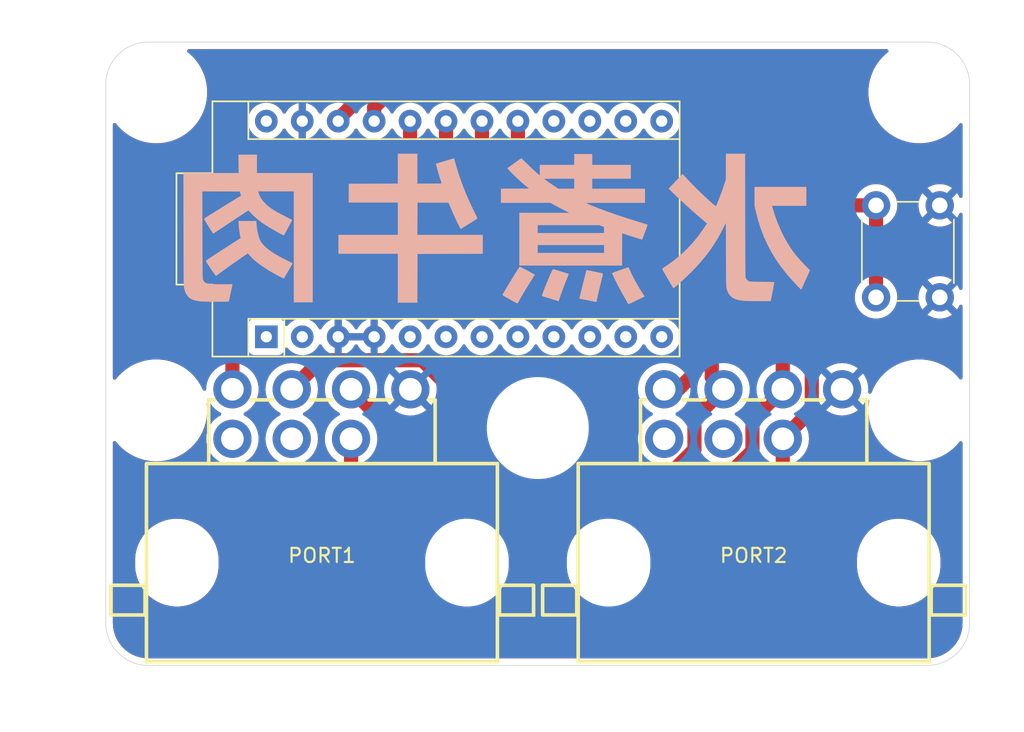
<source format=kicad_pcb>
(kicad_pcb (version 20240108) (generator "pcbnew") (generator_version "8.0")
  (layers (0 "F.Cu" signal) (31 "B.Cu" signal) (34 "B.Paste" user) (35 "F.Paste" user) (36 "B.SilkS" user "B.Silkscreen") (37 "F.SilkS" user "F.Silkscreen") (38 "B.Mask" user) (39 "F.Mask" user) (44 "Edge.Cuts" user))
  (net 0 "")
  (net 2 "DATA1")
  (net 3 "LATCH")
  (net 5 "+5V")
  (net 6 "CLK")
  (net 7 "GND")
  (net 8 "DATA2")
  (net 11 "Net-(U1-RST)")
  (footprint "MountingHole:MountingHole_3.2mm_M3" (layer "F.Cu") (at 184.07 121.95)
    (property "Reference" "REF**" (hide yes))
    (property "Value" "MountingHole_3.2mm_M3" (hide yes))
    (pad "" np_thru_hole circle (at 0 0) (size 3.2 3.2) (drill 3.2) (layers "*.Cu" "*.Mask"))
  )
  (footprint "MountingHole:MountingHole_3.2mm_M3" (layer "F.Cu") (at 184.07 99.475)
    (property "Reference" "REF**" (hide yes))
    (property "Value" "MountingHole_3.2mm_M3" (hide yes))
    (pad "" np_thru_hole circle (at 0 0) (size 3.2 3.2) (drill 3.2) (layers "*.Cu" "*.Mask"))
  )
  (footprint "niusb-nes:nes-controller-port" (layer "F.Cu") (at 172.36 125.46)
    (property "Reference" "J2" (hide yes))
    (property "Value" "PORT2" (at 0 6.75 0) (layer "F.SilkS"))
    (fp_line (start -8 -4.25) (end -8 0.25) (stroke (width 0.254)) (layer "F.SilkS"))
    (fp_line (start -8 -4.25) (end -7.6 -4.25) (stroke (width 0.254)) (layer "F.SilkS"))
    (fp_line (start -3.41 -4.25) (end -5.05 -4.25) (stroke (width 0.254)) (layer "F.SilkS"))
    (fp_line (start 0.78 -4.25) (end -0.86 -4.25) (stroke (width 0.254)) (layer "F.SilkS"))
    (fp_line (start 4.97 -4.25) (end 3.33 -4.25) (stroke (width 0.254)) (layer "F.SilkS"))
    (fp_line (start 8 -4.25) (end 7.53 -4.25) (stroke (width 0.254)) (layer "F.SilkS"))
    (fp_line (start 8 0.25) (end 8 -4.25) (stroke (width 0.254)) (layer "F.SilkS"))
    (fp_rect (start -12.5 10.95) (end -14.913 8.85) (stroke (width 0.254)) (fill none) (layer "F.SilkS"))
    (fp_rect (start 12.4 14.25) (end -12.4 0.25) (stroke (width 0.254)) (fill none) (layer "F.SilkS"))
    (fp_rect (start 14.9565 10.95) (end 12.5435 8.85) (stroke (width 0.254)) (fill none) (layer "F.SilkS"))
    (pad "" np_thru_hole oval (at -10.25 7.25) (size 3.9 4.2) (drill oval 3.9 4.2) (layers "F&B.Cu" "*.Mask") (clearance 1))
    (pad "" np_thru_hole oval (at 10.25 7.25) (size 3.9 4.2) (drill oval 3.9 4.2) (layers "F&B.Cu" "*.Mask") (clearance 1))
    (pad "1" thru_hole circle (at -6.325 -5) (size 2.7 2.7) (drill 1.6) (layers "*.Cu" "*.Mask") (net 8 "DATA2"))
    (pad "2" thru_hole circle (at -2.134 -5) (size 2.7 2.7) (drill 1.6) (layers "*.Cu" "*.Mask") (net 3 "LATCH"))
    (pad "3" thru_hole circle (at 2.057 -5) (size 2.7 2.7) (drill 1.6) (layers "*.Cu" "*.Mask") (net 6 "CLK"))
    (pad "4" thru_hole circle (at 6.25 -5) (size 2.7 2.7) (drill 1.6) (layers "*.Cu" "*.Mask") (net 7 "GND"))
    (pad "5" thru_hole circle (at -6.325 -1.5) (size 2.7 2.7) (drill 1.6) (layers "*.Cu" "*.Mask"))
    (pad "6" thru_hole circle (at -2.134 -1.5) (size 2.7 2.7) (drill 1.6) (layers "*.Cu" "*.Mask"))
    (pad "7" thru_hole circle (at 2.057 -1.5) (size 2.7 2.7) (drill 1.6) (layers "*.Cu" "*.Mask") (net 5 "+5V"))
  )
  (footprint "Button_Switch_THT:SW_PUSH_6mm" (layer "F.Cu") (at 181.01 113.9625 90)
    (property "Reference" "SW1" (hide yes))
    (property "Value" "SW_Push" (hide yes))
    (fp_line (start 5.5 -1) (end 1 -1) (stroke (width 0.12)) (layer "F.SilkS"))
    (fp_line (start -0.25 1.5) (end -0.25 3) (stroke (width 0.12)) (layer "F.SilkS"))
    (fp_line (start 6.75 3) (end 6.75 1.5) (stroke (width 0.12)) (layer "F.SilkS"))
    (fp_line (start 1 5.5) (end 5.5 5.5) (stroke (width 0.12)) (layer "F.SilkS"))
    (pad "1" thru_hole circle (at 0 0 180) (size 2 2) (drill 1.1) (layers "*.Cu" "*.Mask") (net 11 "Net-(U1-RST)"))
    (pad "1" thru_hole circle (at 6.5 0 180) (size 2 2) (drill 1.1) (layers "*.Cu" "*.Mask") (net 11 "Net-(U1-RST)"))
    (pad "2" thru_hole circle (at 0 4.5 180) (size 2 2) (drill 1.1) (layers "*.Cu" "*.Mask") (net 7 "GND"))
    (pad "2" thru_hole circle (at 6.5 4.5 180) (size 2 2) (drill 1.1) (layers "*.Cu" "*.Mask") (net 7 "GND"))
  )
  (footprint "niusb-nes:nes-controller-port" (layer "F.Cu") (at 141.85 125.46)
    (property "Reference" "J1" (hide yes))
    (property "Value" "PORT1" (at 0 6.75 0) (layer "F.SilkS"))
    (fp_line (start -8 -4.25) (end -8 0.25) (stroke (width 0.254)) (layer "F.SilkS"))
    (fp_line (start -8 -4.25) (end -7.6 -4.25) (stroke (width 0.254)) (layer "F.SilkS"))
    (fp_line (start -3.41 -4.25) (end -5.05 -4.25) (stroke (width 0.254)) (layer "F.SilkS"))
    (fp_line (start 0.78 -4.25) (end -0.86 -4.25) (stroke (width 0.254)) (layer "F.SilkS"))
    (fp_line (start 4.97 -4.25) (end 3.33 -4.25) (stroke (width 0.254)) (layer "F.SilkS"))
    (fp_line (start 8 -4.25) (end 7.53 -4.25) (stroke (width 0.254)) (layer "F.SilkS"))
    (fp_line (start 8 0.25) (end 8 -4.25) (stroke (width 0.254)) (layer "F.SilkS"))
    (fp_rect (start -12.5 10.95) (end -14.913 8.85) (stroke (width 0.254)) (fill none) (layer "F.SilkS"))
    (fp_rect (start 12.4 14.25) (end -12.4 0.25) (stroke (width 0.254)) (fill none) (layer "F.SilkS"))
    (fp_rect (start 14.9565 10.95) (end 12.5435 8.85) (stroke (width 0.254)) (fill none) (layer "F.SilkS"))
    (pad "" np_thru_hole oval (at -10.25 7.25) (size 3.9 4.2) (drill oval 3.9 4.2) (layers "F&B.Cu" "*.Mask") (clearance 1))
    (pad "" np_thru_hole oval (at 10.25 7.25) (size 3.9 4.2) (drill oval 3.9 4.2) (layers "F&B.Cu" "*.Mask") (clearance 1))
    (pad "1" thru_hole circle (at -6.325 -5) (size 2.7 2.7) (drill 1.6) (layers "*.Cu" "*.Mask") (net 2 "DATA1"))
    (pad "2" thru_hole circle (at -2.134 -5) (size 2.7 2.7) (drill 1.6) (layers "*.Cu" "*.Mask") (net 3 "LATCH"))
    (pad "3" thru_hole circle (at 2.057 -5) (size 2.7 2.7) (drill 1.6) (layers "*.Cu" "*.Mask") (net 6 "CLK"))
    (pad "4" thru_hole circle (at 6.25 -5) (size 2.7 2.7) (drill 1.6) (layers "*.Cu" "*.Mask") (net 7 "GND"))
    (pad "5" thru_hole circle (at -6.325 -1.5) (size 2.7 2.7) (drill 1.6) (layers "*.Cu" "*.Mask"))
    (pad "6" thru_hole circle (at -2.134 -1.5) (size 2.7 2.7) (drill 1.6) (layers "*.Cu" "*.Mask"))
    (pad "7" thru_hole circle (at 2.057 -1.5) (size 2.7 2.7) (drill 1.6) (layers "*.Cu" "*.Mask") (net 5 "+5V"))
  )
  (footprint "MountingHole:MountingHole_3.2mm_M3" (layer "F.Cu") (at 130.14 99.475)
    (property "Reference" "REF**" (hide yes))
    (property "Value" "MountingHole_3.2mm_M3" (hide yes))
    (pad "" np_thru_hole circle (at 0 0) (size 3.2 3.2) (drill 3.2) (layers "*.Cu" "*.Mask"))
  )
  (footprint "pro-micro:pro-micro" (layer "F.Cu") (at 165.86 101.51 -90)
    (property "Reference" "U1" (hide yes))
    (property "Value" "pro-micro")
    (fp_line (start 3.683 34.29) (end 11.557 34.29) (stroke (width 0.12)) (layer "F.SilkS"))
    (fp_line (start 3.683 34.29) (end 3.683 31.75) (stroke (width 0.12)) (layer "F.SilkS"))
    (fp_line (start 11.557 34.29) (end 11.557 31.75) (stroke (width 0.12)) (layer "F.SilkS"))
    (fp_line (start -1.397 31.75) (end 3.683 31.75) (stroke (width 0.12)) (layer "F.SilkS"))
    (fp_line (start 11.557 31.75) (end 16.637 31.75) (stroke (width 0.12)) (layer "F.SilkS"))
    (fp_line (start 16.637 31.75) (end 16.64 -1.27) (stroke (width 0.12)) (layer "F.SilkS"))
    (fp_line (start 1.27 29.21) (end -1.4 29.21) (stroke (width 0.12)) (layer "F.SilkS"))
    (fp_line (start 13.97 29.21) (end 16.64 29.21) (stroke (width 0.12)) (layer "F.SilkS"))
    (fp_line (start 13.97 26.67) (end 16.64 26.67) (stroke (width 0.12)) (layer "F.SilkS"))
    (fp_line (start 1.27 1.27) (end 1.27 29.21) (stroke (width 0.12)) (layer "F.SilkS"))
    (fp_line (start 1.27 1.27) (end 1.27 -1.27) (stroke (width 0.12)) (layer "F.SilkS"))
    (fp_line (start -1.397 -1.27) (end -1.397 31.75) (stroke (width 0.12)) (layer "F.SilkS"))
    (fp_line (start 1.27 -1.27) (end -1.397 -1.27) (stroke (width 0.12)) (layer "F.SilkS"))
    (fp_line (start 13.97 -1.27) (end 13.97 29.21) (stroke (width 0.12)) (layer "F.SilkS"))
    (fp_line (start 13.97 -1.27) (end 16.64 -1.27) (stroke (width 0.12)) (layer "F.SilkS"))
    (fp_line (start 16.637 -1.27) (end 1.27 -1.27) (stroke (width 0.12)) (layer "F.SilkS"))
    (pad "1" thru_hole rect (at 15.24 27.94 270) (size 1.6 1.6) (drill 0.8) (layers "*.Cu" "*.Mask"))
    (pad "2" thru_hole oval (at 15.24 25.4 270) (size 1.6 1.6) (drill 0.8) (layers "*.Cu" "*.Mask"))
    (pad "3" thru_hole oval (at 15.24 22.86 270) (size 1.6 1.6) (drill 0.8) (layers "*.Cu" "*.Mask") (net 7 "GND"))
    (pad "4" thru_hole oval (at 15.24 20.32 270) (size 1.6 1.6) (drill 0.8) (layers "*.Cu" "*.Mask") (net 7 "GND"))
    (pad "5" thru_hole oval (at 15.24 17.78 270) (size 1.6 1.6) (drill 0.8) (layers "*.Cu" "*.Mask"))
    (pad "6" thru_hole oval (at 15.24 15.24 270) (size 1.6 1.6) (drill 0.8) (layers "*.Cu" "*.Mask"))
    (pad "7" thru_hole oval (at 15.24 12.7 270) (size 1.6 1.6) (drill 0.8) (layers "*.Cu" "*.Mask"))
    (pad "8" thru_hole oval (at 15.24 10.16 270) (size 1.6 1.6) (drill 0.8) (layers "*.Cu" "*.Mask"))
    (pad "9" thru_hole oval (at 15.24 7.62 270) (size 1.6 1.6) (drill 0.8) (layers "*.Cu" "*.Mask"))
    (pad "10" thru_hole oval (at 15.24 5.08 270) (size 1.6 1.6) (drill 0.8) (layers "*.Cu" "*.Mask"))
    (pad "11" thru_hole oval (at 15.24 2.54 270) (size 1.6 1.6) (drill 0.8) (layers "*.Cu" "*.Mask"))
    (pad "12" thru_hole oval (at 15.24 0 270) (size 1.6 1.6) (drill 0.8) (layers "*.Cu" "*.Mask"))
    (pad "13" thru_hole oval (at 0 0 270) (size 1.6 1.6) (drill 0.8) (layers "*.Cu" "*.Mask"))
    (pad "14" thru_hole oval (at 0 2.54 270) (size 1.6 1.6) (drill 0.8) (layers "*.Cu" "*.Mask"))
    (pad "15" thru_hole oval (at 0 5.08 270) (size 1.6 1.6) (drill 0.8) (layers "*.Cu" "*.Mask"))
    (pad "16" thru_hole oval (at 0 7.62 270) (size 1.6 1.6) (drill 0.8) (layers "*.Cu" "*.Mask"))
    (pad "17" thru_hole oval (at 0 10.16 270) (size 1.6 1.6) (drill 0.8) (layers "*.Cu" "*.Mask") (net 6 "CLK"))
    (pad "18" thru_hole oval (at 0 12.7 270) (size 1.6 1.6) (drill 0.8) (layers "*.Cu" "*.Mask") (net 3 "LATCH"))
    (pad "19" thru_hole oval (at 0 15.24 270) (size 1.6 1.6) (drill 0.8) (layers "*.Cu" "*.Mask") (net 8 "DATA2"))
    (pad "20" thru_hole oval (at 0 17.78 270) (size 1.6 1.6) (drill 0.8) (layers "*.Cu" "*.Mask") (net 2 "DATA1"))
    (pad "21" thru_hole oval (at 0 20.32 270) (size 1.6 1.6) (drill 0.8) (layers "*.Cu" "*.Mask") (net 5 "+5V"))
    (pad "22" thru_hole oval (at 0 22.86 270) (size 1.6 1.6) (drill 0.8) (layers "*.Cu" "*.Mask") (net 11 "Net-(U1-RST)"))
    (pad "23" thru_hole oval (at 0 25.4 270) (size 1.6 1.6) (drill 0.8) (layers "*.Cu" "*.Mask") (net 7 "GND"))
    (pad "24" thru_hole oval (at 0 27.94 270) (size 1.6 1.6) (drill 0.8) (layers "*.Cu" "*.Mask"))
  )
  (footprint "MountingHole:MountingHole_3.2mm_M3" (layer "F.Cu") (at 157.105 123.2)
    (property "Reference" "REF**" (hide yes))
    (property "Value" "MountingHole_3.2mm_M3" (hide yes))
    (pad "" np_thru_hole circle (at 0 0) (size 3.2 3.2) (drill 3.2) (layers "*.Cu" "*.Mask"))
  )
  (footprint "MountingHole:MountingHole_3.2mm_M3" (layer "F.Cu") (at 130.14 121.95)
    (property "Reference" "REF**" (hide yes))
    (property "Value" "MountingHole_3.2mm_M3" (hide yes))
    (pad "" np_thru_hole circle (at 0 0) (size 3.2 3.2) (drill 3.2) (layers "*.Cu" "*.Mask"))
  )
  (footprint "LOGO" (layer "B.Cu") (at 172.8 132.675 180)
    (property "Reference" "G***" (hide yes))
    (property "Value" "LOGO" (hide yes))
  )
  (footprint "LOGO" (layer "B.Cu") (at 154.157867 109.203353 180)
    (property "Reference" "G***" (hide yes))
    (property "Value" "LOGO" (hide yes))
    (fp_poly (pts (xy -1.626996 -2.647797) (xy -1.566276 -2.738925) (xy -1.492224 -2.853313) (xy -1.407334 -2.986859) (xy -1.314096 -3.135463) (xy -1.215 -3.295024) (xy -1.112538 -3.46144) (xy -1.009201 -3.630611) (xy -0.90748 -3.798434) (xy -0.809865 -3.960811) (xy -0.718847 -4.113638) (xy -0.636918 -4.252815) (xy -0.566569 -4.374241) (xy -0.51029 -4.473816) (xy -0.470572 -4.547437) (xy -0.449907 -4.591003) (xy -0.447484 -4.599888) (xy -0.465221 -4.613253) (xy -0.51459 -4.643813) (xy -0.589824 -4.688327) (xy -0.685158 -4.743553) (xy -0.794826 -4.806247) (xy -0.913062 -4.873168) (xy -1.0341 -4.941073) (xy -1.152175 -5.006721) (xy -1.261521 -5.066869) (xy -1.356372 -5.118274) (xy -1.430963 -5.157694) (xy -1.479527 -5.181888) (xy -1.491611 -5.187037) (xy -1.51229 -5.180404) (xy -1.542384 -5.146032) (xy -1.584391 -5.080374) (xy -1.640806 -4.979888) (xy -1.651427 -4.960172) (xy -1.728798 -4.819154) (xy -1.819131 -4.660712) (xy -1.924373 -4.481584) (xy -2.046477 -4.278513) (xy -2.187391 -4.048237) (xy -2.349066 -3.787498) (xy -2.441363 -3.639793) (xy -2.744135 -3.156349) (xy -2.209864 -2.867699) (xy -2.072543 -2.793744) (xy -1.948034 -2.727139) (xy -1.841074 -2.670382) (xy -1.756399 -2.62597) (xy -1.698745 -2.596401) (xy -1.672849 -2.584173) (xy -1.671896 -2.58403)) (fill solid) (layer "B.SilkS"))
    (fp_poly (pts (xy -9.332467 -2.638427) (xy -9.276339 -2.654627) (xy -9.192646 -2.681371) (xy -9.087567 -2.716469) (xy -8.967278 -2.757728) (xy -8.837955 -2.802955) (xy -8.705774 -2.849958) (xy -8.576913 -2.896546) (xy -8.457548 -2.940525) (xy -8.353856 -2.979703) (xy -8.272012 -3.011888) (xy -8.218195 -3.034887) (xy -8.19972 -3.044974) (xy -8.202791 -3.06897) (xy -8.224259 -3.126957) (xy -8.262427 -3.215341) (xy -8.3156 -3.330528) (xy -8.382085 -3.468924) (xy -8.460184 -3.626937) (xy -8.548202 -3.800971) (xy -8.643118 -3.984888) (xy -8.698087 -4.088954) (xy -8.763446 -4.210356) (xy -8.836299 -4.34394) (xy -8.913755 -4.484555) (xy -8.992919 -4.627049) (xy -9.070898 -4.766268) (xy -9.144798 -4.89706) (xy -9.211727 -5.014274) (xy -9.26879 -5.112757) (xy -9.313093 -5.187357) (xy -9.341745 -5.232921) (xy -9.350457 -5.2444) (xy -9.372535 -5.238627) (xy -9.427875 -5.215952) (xy -9.511649 -5.178593) (xy -9.61903 -5.128763) (xy -9.745191 -5.068679) (xy -9.885304 -5.000557) (xy -9.934085 -4.97654) (xy -10.502984 -4.695572) (xy -10.375064 -4.505294) (xy -10.213526 -4.25504) (xy -10.046492 -3.978097) (xy -9.880818 -3.686796) (xy -9.723359 -3.393472) (xy -9.580968 -3.110457) (xy -9.481719 -2.897987) (xy -9.438616 -2.803297) (xy -9.400605 -2.722618) (xy -9.371596 -2.664056) (xy -9.3555 -2.635718) (xy -9.354856 -2.634966)) (fill solid) (layer "B.SilkS"))
    (fp_poly (pts (xy -6.380599 -2.854565) (xy -6.364078 -2.913278) (xy -6.340036 -3.003493) (xy -6.309677 -3.120347) (xy -6.274206 -3.258978) (xy -6.234828 -3.414524) (xy -6.192746 -3.582122) (xy -6.149166 -3.756909) (xy -6.105293 -3.934024) (xy -6.06233 -4.108604) (xy -6.021483 -4.275786) (xy -5.983955 -4.430709) (xy -5.950952 -4.568508) (xy -5.923679 -4.684323) (xy -5.903339 -4.773291) (xy -5.891138 -4.830549) (xy -5.888222 -4.851197) (xy -5.910222 -4.85693) (xy -5.968604 -4.869442) (xy -6.057867 -4.887629) (xy -6.172512 -4.910387) (xy -6.307038 -4.93661) (xy -6.455946 -4.965196) (xy -6.458325 -4.96565) (xy -6.609224 -4.994546) (xy -6.747489 -5.0213) (xy -6.867248 -5.044754) (xy -6.962634 -5.06375) (xy -7.027776 -5.077129) (xy -7.056638 -5.083682) (xy -7.084353 -5.079814) (xy -7.102231 -5.042451) (xy -7.106412 -5.024372) (xy -7.13572 -4.886026) (xy -7.173354 -4.715606) (xy -7.217165 -4.522347) (xy -7.265005 -4.315486) (xy -7.314725 -4.104258) (xy -7.364178 -3.8979) (xy -7.411215 -3.705647) (xy -7.439184 -3.593774) (xy -7.474222 -3.453218) (xy -7.50484 -3.326794) (xy -7.529728 -3.220211) (xy -7.547579 -3.139177) (xy -7.557082 -3.089398) (xy -7.557933 -3.075998) (xy -7.533782 -3.067664) (xy -7.47473 -3.052619) (xy -7.387306 -3.032223) (xy -7.27804 -3.007837) (xy -7.153462 -2.980823) (xy -7.020101 -2.952542) (xy -6.884486 -2.924353) (xy -6.753146 -2.89762) (xy -6.632612 -2.873702) (xy -6.529413 -2.85396) (xy -6.450078 -2.839756) (xy -6.401136 -2.83245) (xy -6.388394 -2.832217)) (fill solid) (layer "B.SilkS"))
    (fp_poly (pts (xy -4.010273 -2.779173) (xy -3.97631 -2.833324) (xy -3.928929 -2.9251) (xy -3.867885 -3.055017) (xy -3.792934 -3.223591) (xy -3.703829 -3.431337) (xy -3.632825 -3.600532) (xy -3.572552 -3.746814) (xy -3.51097 -3.899131) (xy -3.450364 -4.051555) (xy -3.393018 -4.198159) (xy -3.341217 -4.333015) (xy -3.297245 -4.450195) (xy -3.263386 -4.543773) (xy -3.241925 -4.607819) (xy -3.235629 -4.631205) (xy -3.237861 -4.644039) (xy -3.252138 -4.657955) (xy -3.28261 -4.674515) (xy -3.333429 -4.69528) (xy -3.408746 -4.721813) (xy -3.512712 -4.755676) (xy -3.649478 -4.798429) (xy -3.814262 -4.848915) (xy -3.964994 -4.894706) (xy -4.102428 -4.936201) (xy -4.221296 -4.971831) (xy -4.316334 -5.000026) (xy -4.382275 -5.019217) (xy -4.413854 -5.027835) (xy -4.415638 -5.028155) (xy -4.429396 -5.009879) (xy -4.449007 -4.961899) (xy -4.46482 -4.912606) (xy -4.491075 -4.828895) (xy -4.530346 -4.712423) (xy -4.580105 -4.570108) (xy -4.63782 -4.408869) (xy -4.700964 -4.235625) (xy -4.767006 -4.057295) (xy -4.833417 -3.880797) (xy -4.897666 -3.713052) (xy -4.957225 -3.560977) (xy -4.977984 -3.509029) (xy -5.026385 -3.387567) (xy -5.068264 -3.280277) (xy -5.10136 -3.19314) (xy -5.12341 -3.132134) (xy -5.132152 -3.103239) (xy -5.132044 -3.101765) (xy -5.109784 -3.093452) (xy -5.05325 -3.074819) (xy -4.968961 -3.047879) (xy -4.863439 -3.014641) (xy -4.743202 -2.977118) (xy -4.614772 -2.937322) (xy -4.484668 -2.897262) (xy -4.35941 -2.858952) (xy -4.24552 -2.824401) (xy -4.149516 -2.795622) (xy -4.077919 -2.774625) (xy -4.037249 -2.763423) (xy -4.031063 -2.762131)) (fill solid) (layer "B.SilkS"))
    (fp_poly (pts (xy -18.261578 2.37773) (xy -18.261578 1.708313) (xy -18.327342 1.41568) (xy -18.489813 0.770654) (xy -18.681293 0.154967) (xy -18.903393 -0.434687) (xy -19.157728 -1.001614) (xy -19.44591 -1.549119) (xy -19.769552 -2.080509) (xy -20.130267 -2.599091) (xy -20.529668 -3.108169) (xy -20.540932 -3.121728) (xy -20.610722 -3.203548) (xy -20.701641 -3.30706) (xy -20.807977 -3.42604) (xy -20.924019 -3.554263) (xy -21.044054 -3.685504) (xy -21.162372 -3.813537) (xy -21.273261 -3.932138) (xy -21.371008 -4.035081) (xy -21.449902 -4.116143) (xy -21.487156 -4.152982) (xy -21.562218 -4.225344) (xy -21.613322 -4.110365) (xy -21.635425 -4.061141) (xy -21.672426 -3.979328) (xy -21.721517 -3.871103) (xy -21.779895 -3.742644) (xy -21.844753 -3.600129) (xy -21.913285 -3.449735) (xy -21.923404 -3.427547) (xy -21.989112 -3.283215) (xy -22.048684 -3.151862) (xy -22.099924 -3.038369) (xy -22.140637 -2.947618) (xy -22.168626 -2.884491) (xy -22.181696 -2.853869) (xy -22.182383 -2.851785) (xy -22.168052 -2.835072) (xy -22.127806 -2.792382) (xy -22.065765 -2.727975) (xy -21.986048 -2.646109) (xy -21.892776 -2.551043) (xy -21.824707 -2.48204) (xy -21.515385 -2.156755) (xy -21.239282 -1.838675) (xy -20.990124 -1.518987) (xy -20.761637 -1.188877) (xy -20.547548 -0.839534) (xy -20.341582 -0.462143) (xy -20.232248 -0.24505) (xy -20.046983 0.151758) (xy -19.882757 0.546477) (xy -19.734107 0.953243) (xy -19.595567 1.386196) (xy -19.575305 1.45432) (xy -19.501517 1.704698) (xy -20.714098 1.704698) (xy -21.926678 1.704698) (xy -21.926678 2.375923) (xy -21.926678 3.047148) (xy -20.094128 3.047148) (xy -18.261578 3.047148)) (fill solid) (layer "B.SilkS"))
    (fp_poly (pts (xy 6.946644 4.336451) (xy 6.946644 3.281794) (xy 8.677978 3.276342) (xy 10.409312 3.270889) (xy 10.414942 2.604991) (xy 10.420573 1.939094) (xy 8.683608 1.939094) (xy 6.946644 1.939094) (xy 6.946644 0.799077) (xy 6.946644 -0.34094) (xy 9.045553 -0.34094) (xy 11.144463 -0.34094) (xy 11.144463 -1.012165) (xy 11.144463 -1.683389) (xy 9.045553 -1.683389) (xy 6.946644 -1.683389) (xy 6.946644 -3.409396) (xy 6.946644 -5.135403) (xy 6.254236 -5.135403) (xy 5.561829 -5.135403) (xy 5.556376 -3.414723) (xy 5.550922 -1.694044) (xy 3.244253 -1.688621) (xy 0.937583 -1.683199) (xy 0.937583 -1.012069) (xy 0.937583 -0.34094) (xy 3.249767 -0.34094) (xy 5.56195 -0.34094) (xy 5.556436 0.79375) (xy 5.550922 1.928439) (xy 4.457083 1.928439) (xy 3.363243 1.928439) (xy 3.198186 1.534228) (xy 3.092275 1.28584) (xy 2.984427 1.041427) (xy 2.878083 0.808415) (xy 2.776683 0.594231) (xy 2.683667 0.406301) (xy 2.613835 0.272877) (xy 2.501955 0.066308) (xy 1.916875 0.429497) (xy 1.774498 0.518028) (xy 1.643649 0.599678) (xy 1.528757 0.671663) (xy 1.434247 0.731197) (xy 1.364546 0.775497) (xy 1.32408 0.801776) (xy 1.315742 0.807672) (xy 1.320633 0.829944) (xy 1.342788 0.884773) (xy 1.379787 0.966917) (xy 1.42921 1.071135) (xy 1.488638 1.192184) (xy 1.543463 1.300969) (xy 1.822317 1.87619) (xy 2.088771 2.481371) (xy 2.338175 3.104564) (xy 2.565874 3.733821) (xy 2.767217 4.357193) (xy 2.866531 4.698574) (xy 2.899316 4.815772) (xy 2.928032 4.917661) (xy 2.950787 4.997593) (xy 2.965691 5.048918) (xy 2.970803 5.065133) (xy 2.991317 5.060686) (xy 3.046622 5.045563) (xy 3.13075 5.021549) (xy 3.237738 4.990428) (xy 3.361618 4.953986) (xy 3.496426 4.914006) (xy 3.636196 4.872275) (xy 3.774963 4.830576) (xy 3.906761 4.790694) (xy 4.025624 4.754413) (xy 4.125588 4.72352) (xy 4.200686 4.699798) (xy 4.244954 4.685032) (xy 4.254321 4.681137) (xy 4.25197 4.658132) (xy 4.238833 4.600152) (xy 4.216544 4.512991) (xy 4.186736 4.402443) (xy 4.151043 4.274301) (xy 4.111099 4.134358) (xy 4.068538 3.988408) (xy 4.024994 3.842243) (xy 3.982101 3.701658) (xy 3.94269 3.576189) (xy 3.910875 3.475731) (xy 3.884396 3.390335) (xy 3.86568 3.327955) (xy 3.857149 3.296546) (xy 3.856879 3.294658) (xy 3.877436 3.291797) (xy 3.936099 3.289152) (xy 4.028358 3.286792) (xy 4.149702 3.284785) (xy 4.295621 3.283202) (xy 4.461604 3.282111) (xy 4.643139 3.281583) (xy 4.709228 3.281544) (xy 5.561577 3.281544) (xy 5.561577 4.336325) (xy 5.561577 5.391107) (xy 6.25411 5.391107) (xy 6.946644 5.391107)) (fill solid) (layer "B.SilkS"))
    (fp_poly (pts (xy 18.19318 0.388884) (xy 18.180422 0.22844) (xy 18.162205 0.055561) (xy 18.140179 -0.11724) (xy 18.115992 -0.277454) (xy 18.091295 -0.412568) (xy 18.08171 -0.456494) (xy 18.055097 -0.570979) (xy 18.387406 -0.783709) (xy 18.712467 -0.991871) (xy 19.0034 -1.178358) (xy 19.262029 -1.344379) (xy 19.49018 -1.491142) (xy 19.689675 -1.619858) (xy 19.86234 -1.731735) (xy 20.009998 -1.827982) (xy 20.134474 -1.909809) (xy 20.237592 -1.978424) (xy 20.321176 -2.035036) (xy 20.387051 -2.080855) (xy 20.437041 -2.11709) (xy 20.47297 -2.14495) (xy 20.496662 -2.165644) (xy 20.509942 -2.180381) (xy 20.514634 -2.19037) (xy 20.514467 -2.193501) (xy 20.500638 -2.219681) (xy 20.466065 -2.276424) (xy 20.413815 -2.358946) (xy 20.346957 -2.462467) (xy 20.268559 -2.582204) (xy 20.18169 -2.713376) (xy 20.160445 -2.745243) (xy 20.044389 -2.917308) (xy 19.950137 -3.053099) (xy 19.877512 -3.152855) (xy 19.826337 -3.216815) (xy 19.796435 -3.245217) (xy 19.789729 -3.24638) (xy 19.764054 -3.22855) (xy 19.711222 -3.190131) (xy 19.638112 -3.13618) (xy 19.551603 -3.071755) (xy 19.518791 -3.047187) (xy 19.404181 -2.962079) (xy 19.271325 -2.864832) (xy 19.123887 -2.758017) (xy 18.965532 -2.644203) (xy 18.799924 -2.52596) (xy 18.630729 -2.405858) (xy 18.46161 -2.286466) (xy 18.296231 -2.170354) (xy 18.138258 -2.060093) (xy 17.991354 -1.958251) (xy 17.859184 -1.867399) (xy 17.745414 -1.790106) (xy 17.653706 -1.728942) (xy 17.587725 -1.686478) (xy 17.551137 -1.665281) (xy 17.545441 -1.663337) (xy 17.524057 -1.67928) (xy 17.483395 -1.720731) (xy 17.430853 -1.779962) (xy 17.409228 -1.805625) (xy 17.252767 -1.975518) (xy 17.058543 -2.154966) (xy 16.829685 -2.341521) (xy 16.569321 -2.532735) (xy 16.280582 -2.72616) (xy 16.045469 -2.872304) (xy 15.931308 -2.939871) (xy 15.804613 -3.012802) (xy 15.67094 -3.088107) (xy 15.535844 -3.162797) (xy 15.404884 -3.233882) (xy 15.283613 -3.298373) (xy 15.17759 -3.353281) (xy 15.09237 -3.395615) (xy 15.033509 -3.422387) (xy 15.007612 -3.430705) (xy 14.991844 -3.412896) (xy 14.958024 -3.362545) (xy 14.908972 -3.284264) (xy 14.847512 -3.182666) (xy 14.776464 -3.062366) (xy 14.698649 -2.927974) (xy 14.677283 -2.890639) (xy 14.368981 -2.350572) (xy 14.722451 -2.174707) (xy 15.026435 -2.020719) (xy 15.293944 -1.879071) (xy 15.528548 -1.747511) (xy 15.733814 -1.623787) (xy 15.913311 -1.505646) (xy 16.070606 -1.390837) (xy 16.209266 -1.277108) (xy 16.332861 -1.162207) (xy 16.34368 -1.151418) (xy 16.427512 -1.063339) (xy 16.507138 -0.972609) (xy 16.573701 -0.889757) (xy 16.618343 -0.825313) (xy 16.61917 -0.823912) (xy 16.711657 -0.635045) (xy 16.78916 -0.408935) (xy 16.851889 -0.144767) (xy 16.900052 0.158272) (xy 16.921868 0.357192) (xy 16.948286 0.639262) (xy 17.57864 0.639262) (xy 18.208994 0.639262)) (fill solid) (layer "B.SilkS"))
    (fp_poly (pts (xy -16.237249 4.491961) (xy -16.237249 3.592815) (xy -16.12834 3.250728) (xy -16.078905 3.099539) (xy -16.022958 2.935395) (xy -15.962431 2.763361) (xy -15.899257 2.588502) (xy -15.835367 2.415884) (xy -15.772695 2.250569) (xy -15.713174 2.097625) (xy -15.658735 1.962114) (xy -15.611311 1.849102) (xy -15.572836 1.763655) (xy -15.545241 1.710836) (xy -15.535863 1.697977) (xy -15.51211 1.703431) (xy -15.461355 1.736595) (xy -15.386457 1.794769) (xy -15.290271 1.875253) (xy -15.175656 1.975348) (xy -15.045468 2.092353) (xy -14.902564 2.223569) (xy -14.749801 2.366297) (xy -14.590037 2.517836) (xy -14.426128 2.675486) (xy -14.260932 2.836549) (xy -14.097305 2.998323) (xy -13.938105 3.15811) (xy -13.786188 3.313209) (xy -13.644412 3.460921) (xy -13.515633 3.598545) (xy -13.459083 3.660441) (xy -13.184693 3.963515) (xy -12.830283 3.595893) (xy -12.720539 3.481977) (xy -12.611355 3.368493) (xy -12.509295 3.262277) (xy -12.420925 3.170164) (xy -12.352812 3.098989) (xy -12.331697 3.07685) (xy -12.187521 2.925429) (xy -12.568437 2.553526) (xy -12.796589 2.333767) (xy -13.049283 2.095656) (xy -13.317642 1.847284) (xy -13.592789 1.596746) (xy -13.865845 1.352134) (xy -14.127933 1.121541) (xy -14.336527 0.941689) (xy -14.453994 0.841431) (xy -14.564496 0.746921) (xy -14.662696 0.662739) (xy -14.743258 0.593463) (xy -14.800845 0.543675) (xy -14.826305 0.521381) (xy -14.89889 0.456772) (xy -14.642993 0.073898) (xy -14.283422 -0.42952) (xy -13.898633 -0.900694) (xy -13.486134 -1.342109) (xy -13.043436 -1.756249) (xy -12.568049 -2.145596) (xy -12.057483 -2.512634) (xy -12.032817 -2.529218) (xy -11.933283 -2.596023) (xy -11.846865 -2.654179) (xy -11.779446 -2.699714) (xy -11.736908 -2.728658) (xy -11.724761 -2.737183) (xy -11.73336 -2.756253) (xy -11.760595 -2.806789) (xy -11.8035 -2.883518) (xy -11.859112 -2.981167) (xy -11.924465 -3.094463) (xy -11.960161 -3.155833) (xy -12.042604 -3.297391) (xy -12.129407 -3.446781) (xy -12.214242 -3.593091) (xy -12.290784 -3.725413) (xy -12.352709 -3.832835) (xy -12.357343 -3.840898) (xy -12.413738 -3.936665) (xy -12.46404 -4.017635) (xy -12.50399 -4.077285) (xy -12.529329 -4.109091) (xy -12.534742 -4.112584) (xy -12.563152 -4.098219) (xy -12.61837 -4.057345) (xy -12.696777 -3.993293) (xy -12.794755 -3.909396) (xy -12.908685 -3.808984) (xy -13.034948 -3.69539) (xy -13.169926 -3.571944) (xy -13.309999 -3.44198) (xy -13.45155 -3.308827) (xy -13.59096 -3.175818) (xy -13.724609 -3.046284) (xy -13.84888 -2.923557) (xy -13.960153 -2.810969) (xy -14.046361 -2.720885) (xy -14.386841 -2.347346) (xy -14.694725 -1.986596) (xy -14.975086 -1.631497) (xy -15.232998 -1.27491) (xy -15.473536 -0.909695) (xy -15.701773 -0.528716) (xy -15.922785 -0.124831) (xy -16.005841 0.035962) (xy -16.235597 0.487444) (xy -16.242928 -1.753971) (xy -16.244144 -2.113987) (xy -16.245333 -2.433939) (xy -16.246544 -2.716379) (xy -16.247826 -2.96386) (xy -16.249227 -3.178936) (xy -16.250796 -3.364158) (xy -16.252582 -3.522081) (xy -16.254634 -3.655257) (xy -16.256999 -3.766239) (xy -16.259728 -3.857579) (xy -16.262869 -3.931831) (xy -16.26647 -3.991548) (xy -16.27058 -4.039282) (xy -16.275248 -4.077587) (xy -16.280523 -4.109015) (xy -16.286453 -4.136119) (xy -16.288561 -4.144547) (xy -16.353977 -4.345019) (xy -16.440962 -4.515484) (xy -16.552099 -4.657815) (xy -16.68997 -4.773886) (xy -16.857157 -4.865568) (xy -17.056242 -4.934736) (xy -17.289809 -4.983262) (xy -17.476336 -5.006057) (xy -17.552921 -5.011179) (xy -17.665695 -5.0159) (xy -17.80823 -5.020085) (xy -17.974101 -5.0236) (xy -18.156878 -5.026311) (xy -18.350136 -5.028082) (xy -18.547446 -5.028781) (xy -18.563716 -5.028786) (xy -19.409227 -5.028859) (xy -19.431818 -4.916988) (xy -19.456285 -4.794886) (xy -19.483592 -4.657011) (xy -19.51259 -4.509335) (xy -19.542129 -4.357831) (xy -19.571058 -4.208469) (xy -19.598227 -4.067223) (xy -19.622485 -3.940062) (xy -19.642684 -3.83296) (xy -19.657673 -3.751888) (xy -19.666301 -3.702818) (xy -19.667954 -3.69095) (xy -19.651501 -3.684306) (xy -19.601156 -3.678465) (xy -19.515433 -3.673375) (xy -19.392849 -3.668981) (xy -19.23192 -3.665227) (xy -19.031163 -3.662059) (xy -18.820932 -3.659718) (xy -18.582279 -3.657004) (xy -18.383511 -3.653718) (xy -18.221895 -3.649755) (xy -18.0947 -3.645011) (xy -17.999196 -3.639383) (xy -17.932651 -3.632766) (xy -17.892335 -3.625055) (xy -17.889675 -3.624231) (xy -17.789962 -3.57169) (xy -17.704421 -3.489467) (xy -17.646022 -3.39048) (xy -17.640889 -3.376433) (xy -17.637469 -3.359936) (xy -17.634301 -3.330414) (xy -17.63137 -3.286281) (xy -17.628666 -3.225952) (xy -17.626175 -3.14784) (xy -17.623886 -3.05036) (xy -17.621785 -2.931926) (xy -17.619861 -2.790952) (xy -17.618101 -2.625852) (xy -17.616492 -2.43504) (xy -17.615023 -2.21693) (xy -17.613681 -1.969937) (xy -17.612453 -1.692475) (xy -17.611327 -1.382957) (xy -17.610291 -1.039798) (xy -17.609332 -0.661411) (xy -17.608438 -0.246212) (xy -17.607597 0.207386) (xy -17.606795 0.700969) (xy -17.606282 1.049455) (xy -17.600112 5.391107) (xy -16.91868 5.391107) (xy -16.237249 5.391107)) (fill solid) (layer "B.SilkS"))
    (fp_poly (pts (xy -5.51896 4.986241) (xy -5.51896 4.602684) (xy -4.304363 4.602684) (xy -3.089766 4.602684) (xy -3.089766 4.228261) (xy -3.089766 3.853838) (xy -2.89327 4.020501) (xy -2.825441 4.080174) (xy -2.733618 4.164098) (xy -2.623995 4.266441) (xy -2.502765 4.381374) (xy -2.376122 4.503064) (xy -2.250261 4.625681) (xy -2.246554 4.62932) (xy -2.132476 4.740947) (xy -2.028174 4.842224) (xy -1.937512 4.929463) (xy -1.864357 4.998971) (xy -1.812575 5.047057) (xy -1.786029 5.070031) (xy -1.78352 5.071476) (xy -1.76358 5.059513) (xy -1.713591 5.025717) (xy -1.638037 4.973231) (xy -1.5414 4.905196) (xy -1.428166 4.824755) (xy -1.302816 4.735049) (xy -1.279009 4.717942) (xy -0.787314 4.364408) (xy -0.984974 4.149972) (xy -1.146312 3.981358) (xy -1.33324 3.796798) (xy -1.536474 3.604838) (xy -1.746729 3.414025) (xy -1.95472 3.232907) (xy -2.151162 3.070031) (xy -2.202914 3.028794) (xy -2.328227 2.92995) (xy -1.334584 2.924412) (xy -0.34094 2.918874) (xy -0.34094 2.418329) (xy -0.34094 1.917785) (xy -2.088995 1.917785) (xy -3.837049 1.917785) (xy -4.012107 1.81773) (xy -4.080851 1.77961) (xy -4.179908 1.726281) (xy -4.301579 1.661807) (xy -4.438165 1.590251) (xy -4.581968 1.515675) (xy -4.677266 1.466685) (xy -5.167366 1.215695) (xy -3.404069 1.215146) (xy -1.640772 1.214597) (xy -1.640772 -0.649916) (xy -1.640772 -2.51443) (xy -5.27391 -2.51443) (xy -8.907047 -2.51443) (xy -8.907047 -1.374413) (xy -8.907063 -1.34245) (xy -7.628524 -1.34245) (xy -7.628524 -1.619463) (xy -5.284564 -1.619463) (xy -2.940605 -1.619463) (xy -2.940605 -1.34245) (xy -2.940605 -1.065436) (xy -5.284564 -1.065436) (xy -7.628524 -1.065436) (xy -7.628524 -1.34245) (xy -8.907063 -1.34245) (xy -8.907158 -1.158463) (xy -8.907478 -0.955883) (xy -8.907984 -0.770575) (xy -8.908656 -0.606438) (xy -8.909473 -0.467373) (xy -8.910415 -0.35728) (xy -8.91146 -0.280059) (xy -8.912587 -0.239611) (xy -8.913173 -0.234396) (xy -8.934399 -0.240814) (xy -8.989033 -0.258535) (xy -9.070097 -0.285265) (xy -9.170611 -0.318706) (xy -9.238131 -0.341299) (xy -9.40823 -0.397797) (xy -9.577425 -0.453009) (xy -9.740823 -0.505427) (xy -9.89353 -0.553542) (xy -10.030653 -0.595847) (xy -10.147299 -0.630833) (xy -10.238575 -0.656992) (xy -10.299588 -0.672815) (xy -10.325445 -0.676795) (xy -10.325843 -0.676563) (xy -10.336683 -0.65364) (xy -10.359183 -0.597605) (xy -10.391002 -0.51487) (xy -10.429798 -0.411846) (xy -10.473229 -0.294944) (xy -10.503324 -0.213087) (xy -7.630015 -0.213087) (xy -5.28531 -0.213087) (xy -2.940605 -0.213087) (xy -2.940605 0.063926) (xy -2.940605 0.340939) (xy -5.119422 0.339694) (xy -7.298239 0.338449) (xy -7.458054 0.278472) (xy -7.61787 0.218495) (xy -7.623942 0.002704) (xy -7.630015 -0.213087) (xy -10.503324 -0.213087) (xy -10.518953 -0.170578) (xy -10.564628 -0.045158) (xy -10.607913 0.074904) (xy -10.646465 0.183196) (xy -10.677943 0.273306) (xy -10.700005 0.338822) (xy -10.710309 0.373333) (xy -10.710644 0.376996) (xy -10.689092 0.38485) (xy -10.63158 0.403491) (xy -10.542956 0.43141) (xy -10.428065 0.467099) (xy -10.291753 0.50905) (xy -10.138867 0.555755) (xy -10.033974 0.587621) (xy -9.643813 0.707848) (xy -9.249212 0.833152) (xy -8.858841 0.960649) (xy -8.481373 1.087457) (xy -8.125478 1.210691) (xy -7.799828 1.327467) (xy -7.713759 1.359166) (xy -7.553128 1.41934) (xy -7.383899 1.483843) (xy -7.211669 1.550441) (xy -7.04204 1.616902) (xy -6.880609 1.680993) (xy -6.732976 1.740479) (xy -6.60474 1.793129) (xy -6.5015 1.836708) (xy -6.428855 1.868983) (xy -6.400408 1.882998) (xy -6.393052 1.88847) (xy -6.39397 1.893312) (xy -6.405518 1.897563) (xy -6.430054 1.901263) (xy -6.469935 1.904451) (xy -6.527519 1.907166) (xy -6.605165 1.909449) (xy -6.705229 1.911337) (xy -6.830069 1.912871) (xy -6.982043 1.91409) (xy -7.163508 1.915034) (xy -7.376822 1.915741) (xy -7.624343 1.91625) (xy -7.908428 1.916603) (xy -8.231436 1.916837) (xy -8.432928 1.916932) (xy -10.526511 1.917785) (xy -10.526511 2.41854) (xy -10.526511 2.919295) (xy -8.661997 2.919295) (xy -6.797484 2.919295) (xy -6.797484 3.270889) (xy -5.51896 3.270889) (xy -5.51896 2.919295) (xy -4.958072 2.919295) (xy -4.397183 2.919295) (xy -4.068432 3.138236) (xy -3.945842 3.220831) (xy -3.824628 3.304222) (xy -3.709879 3.384733) (xy -3.606683 3.458685) (xy -3.520132 3.522403) (xy -3.455313 3.572208) (xy -3.417317 3.604424) (xy -3.409396 3.614411) (xy -3.430029 3.615999) (xy -3.489225 3.617483) (xy -3.582928 3.618833) (xy -3.707084 3.620017) (xy -3.857638 3.621005) (xy -4.030536 3.621765) (xy -4.221721 3.622266) (xy -4.427141 3.622478) (xy -4.464178 3.622483) (xy -5.51896 3.622483) (xy -5.51896 3.270889) (xy -6.797484 3.270889) (xy -6.797484 3.622483) (xy -8.161242 3.622483) (xy -9.525 3.622483) (xy -9.525 4.112584) (xy -9.525 4.602684) (xy -8.161242 4.602684) (xy -6.797484 4.602684) (xy -6.797484 4.986241) (xy -6.797484 5.369799) (xy -6.158222 5.369799) (xy -5.51896 5.369799)) (fill solid) (layer "B.SilkS"))
    (fp_poly (pts (xy 18.201332 4.677279) (xy 18.194359 4.027349) (xy 20.146238 4.027349) (xy 22.098117 4.027349) (xy 22.09163 0.03729) (xy 22.090839 -0.446807) (xy 22.090092 -0.890173) (xy 22.089366 -1.294694) (xy 22.088638 -1.662256) (xy 22.087885 -1.994746) (xy 22.087083 -2.29405) (xy 22.086209 -2.562053) (xy 22.085239 -2.800643) (xy 22.084152 -3.011705) (xy 22.082923 -3.197126) (xy 22.081528 -3.358792) (xy 22.079946 -3.498589) (xy 22.078152 -3.618403) (xy 22.076124 -3.720121) (xy 22.073838 -3.805629) (xy 22.071271 -3.876813) (xy 22.068399 -3.935559) (xy 22.0652 -3.983754) (xy 22.06165 -4.023283) (xy 22.057726 -4.056033) (xy 22.053405 -4.083891) (xy 22.048663 -4.108742) (xy 22.043477 -4.132473) (xy 22.040065 -4.147294) (xy 21.974229 -4.363852) (xy 21.884732 -4.550577) (xy 21.773229 -4.705055) (xy 21.641374 -4.824872) (xy 21.5306 -4.890312) (xy 21.368412 -4.95293) (xy 21.173579 -5.004107) (xy 20.955069 -5.041605) (xy 20.896113 -5.048767) (xy 20.835009 -5.053366) (xy 20.741785 -5.057481) (xy 20.621471 -5.061095) (xy 20.479093 -5.064191) (xy 20.31968 -5.066753) (xy 20.14826 -5.068763) (xy 19.969861 -5.070205) (xy 19.789511 -5.071062) (xy 19.612238 -5.071317) (xy 19.443069 -5.070953) (xy 19.287034 -5.069955) (xy 19.149158 -5.068304) (xy 19.034472 -5.065984) (xy 18.948002 -5.062979) (xy 18.894777 -5.059272) (xy 18.879426 -5.055495) (xy 18.875211 -5.032115) (xy 18.863521 -4.973569) (xy 18.845723 -4.886383) (xy 18.823179 -4.77708) (xy 18.797255 -4.652187) (xy 18.769315 -4.518229) (xy 18.740724 -4.38173) (xy 18.712845 -4.249216) (xy 18.687043 -4.127212) (xy 18.664684 -4.022242) (xy 18.64713 -3.940833) (xy 18.635748 -3.889508) (xy 18.634353 -3.883515) (xy 18.623013 -3.835571) (xy 19.257354 -3.835066) (xy 19.533445 -3.83392) (xy 19.770263 -3.830454) (xy 19.971127 -3.823915) (xy 20.139352 -3.81355) (xy 20.278254 -3.798607) (xy 20.391152 -3.778333) (xy 20.48136 -3.751976) (xy 20.552195 -3.718783) (xy 20.606976 -3.678002) (xy 20.649016 -3.628879) (xy 20.681635 -3.570663) (xy 20.706951 -3.506146) (xy 20.712003 -3.488985) (xy 20.716583 -3.467286) (xy 20.720718 -3.438942) (xy 20.724438 -3.401843) (xy 20.72777 -3.35388) (xy 20.730744 -3.292944) (xy 20.733387 -3.216927) (xy 20.735728 -3.123719) (xy 20.737796 -3.011212) (xy 20.739619 -2.877297) (xy 20.741226 -2.719865) (xy 20.742644 -2.536806) (xy 20.743903 -2.326013) (xy 20.745031 -2.085375) (xy 20.746057 -1.812785) (xy 20.747008 -1.506134) (xy 20.747914 -1.163311) (xy 20.748802 -0.782209) (xy 20.749702 -0.360719) (xy 20.749755 -0.335451) (xy 20.756072 2.72784) (xy 19.431018 2.722351) (xy 18.105964 2.716862) (xy 18.070424 2.565611) (xy 18.034883 2.414359) (xy 18.281409 2.269076) (xy 18.361294 2.221372) (xy 18.472293 2.154177) (xy 18.609384 2.070596) (xy 18.767547 1.973733) (xy 18.941761 1.866693) (xy 19.127005 1.75258) (xy 19.318259 1.634498) (xy 19.510501 1.515553) (xy 19.69871 1.398848) (xy 19.877867 1.287488) (xy 20.042949 1.184578) (xy 20.188936 1.093222) (xy 20.310807 1.016525) (xy 20.403542 0.957591) (xy 20.429991 0.940567) (xy 20.513503 0.88454) (xy 20.581359 0.835207) (xy 20.626819 0.797746) (xy 20.643147 0.777333) (xy 20.643078 0.776857) (xy 20.630786 0.753641) (xy 20.598828 0.699073) (xy 20.55011 0.617953) (xy 20.487538 0.515078) (xy 20.414017 0.395248) (xy 20.332453 0.26326) (xy 20.317869 0.239753) (xy 20.223508 0.088351) (xy 20.148599 -0.030127) (xy 20.090565 -0.119239) (xy 20.046833 -0.182548) (xy 20.014829 -0.223611) (xy 19.991976 -0.24599) (xy 19.975701 -0.253243) (xy 19.964078 -0.249436) (xy 19.939772 -0.232673) (xy 19.883695 -0.194835) (xy 19.799587 -0.138413) (xy 19.691188 -0.065895) (xy 19.562238 0.02023) (xy 19.416477 0.117473) (xy 19.257645 0.223344) (xy 19.089483 0.335354) (xy 18.915729 0.451015) (xy 18.740124 0.567836) (xy 18.566409 0.683329) (xy 18.398322 0.795005) (xy 18.239604 0.900375) (xy 18.093995 0.996949) (xy 17.965235 1.082238) (xy 17.857064 1.153753) (xy 17.773222 1.209005) (xy 17.7406 1.230405) (xy 17.50729 1.383066) (xy 17.306562 1.170284) (xy 17.115684 0.978958) (xy 16.913602 0.799203) (xy 16.691309 0.623598) (xy 16.439799 0.444719) (xy 16.3651 0.39449) (xy 16.246782 0.317549) (xy 16.113856 0.234128) (xy 15.970928 0.146834) (xy 15.822601 0.058276) (xy 15.67348 -0.028937) (xy 15.528169 -0.112199) (xy 15.391272 -0.1889) (xy 15.267393 -0.256432) (xy 15.161137 -0.312187) (xy 15.077107 -0.353557) (xy 15.019909 -0.377934) (xy 14.994146 -0.382709) (xy 14.993741 -0.382361) (xy 14.978879 -0.358787) (xy 14.947778 -0.304227) (xy 14.90349 -0.224376) (xy 14.84907 -0.12493) (xy 14.78757 -0.011586) (xy 14.722044 0.109962) (xy 14.655545 0.234015) (xy 14.591126 0.35488) (xy 14.531841 0.466859) (xy 14.480744 0.564256) (xy 14.440886 0.641376) (xy 14.415323 0.692522) (xy 14.407106 0.711998) (xy 14.407117 0.712009) (xy 14.427549 0.723165) (xy 14.481181 0.750945) (xy 14.563122 0.792856) (xy 14.668482 0.846408) (xy 14.792371 0.909109) (xy 14.929898 0.978469) (xy 14.954474 0.99084) (xy 15.257623 1.148167) (xy 15.523031 1.29636) (xy 15.754057 1.437563) (xy 15.954056 1.573921) (xy 16.126387 1.707577) (xy 16.254006 1.821031) (xy 16.43723 2.012207) (xy 16.582206 2.202057) (xy 16.692711 2.396339) (xy 16.772524 2.60081) (xy 16.778492 2.620455) (xy 16.810286 2.727517) (xy 15.55422 2.727517) (xy 14.298154 2.727517) (xy 14.298154 -1.193289) (xy 14.298154 -5.114094) (xy 13.626929 -5.114094) (xy 12.955704 -5.114094) (xy 12.955704 -0.543373) (xy 12.955704 4.027349) (xy 14.926761 4.027349) (xy 16.897818 4.027349) (xy 16.897818 4.677265) (xy 16.897818 5.327181) (xy 17.553062 5.327195) (xy 18.208305 5.327209)) (fill solid) (layer "B.SilkS"))
  )
  (gr_line (start 187.625 136.975) (end 187.625 98.925) (stroke (width 0.05)) (layer "Edge.Cuts"))
  (gr_line (start 129.575 95.925) (end 184.625 95.925) (stroke (width 0.05)) (layer "Edge.Cuts"))
  (gr_arc (start 129.575 139.975) (mid 127.45368 139.09632) (end 126.575 136.975) (stroke (width 0.05)) (layer "Edge.Cuts"))
  (gr_arc (start 184.625 95.925) (mid 186.74632 96.80368) (end 187.625 98.925) (stroke (width 0.05)) (layer "Edge.Cuts"))
  (gr_arc (start 187.625 136.975) (mid 186.74632 139.09632) (end 184.625 139.975) (stroke (width 0.05)) (layer "Edge.Cuts"))
  (gr_line (start 129.575 139.975) (end 184.625 139.975) (stroke (width 0.05)) (layer "Edge.Cuts"))
  (gr_arc (start 126.575 98.925) (mid 127.45368 96.80368) (end 129.575 95.925) (stroke (width 0.05)) (layer "Edge.Cuts"))
  (gr_line (start 126.575 136.975) (end 126.575 98.925) (stroke (width 0.05)) (layer "Edge.Cuts"))
  (segment (start 135.525 120.46) (end 135.525 112.875) (width 1) (layer "F.Cu") (net 2))
  (segment (start 141.4 107) (end 146.35 107) (width 1) (layer "F.Cu") (net 2))
  (segment (start 135.525 112.875) (end 141.4 107) (width 1) (layer "F.Cu") (net 2))
  (segment (start 148.08 105.27) (end 148.08 101.51) (width 1) (layer "F.Cu") (net 2))
  (segment (start 146.35 107) (end 148.08 105.27) (width 1) (layer "F.Cu") (net 2))
  (segment (start 168.176 124.718138) (end 168.176 122.51) (width 1) (layer "F.Cu") (net 3))
  (segment (start 159.75 110.05) (end 158.952944 110.05) (width 1) (layer "F.Cu") (net 3))
  (segment (start 165.622056 110.05) (end 159.75 110.05) (width 1) (layer "F.Cu") (net 3))
  (segment (start 165.472069 127.422069) (end 168.176 124.718138) (width 1) (layer "F.Cu") (net 3))
  (segment (start 148.949138 118.41) (end 150.459528 119.92039) (width 1) (layer "F.Cu") (net 3))
  (segment (start 153.16 104.257056) (end 153.16 101.51) (width 1) (layer "F.Cu") (net 3))
  (segment (start 152.566125 127.422069) (end 165.472069 127.422069) (width 1) (layer "F.Cu") (net 3))
  (segment (start 169.4 113.827944) (end 165.622056 110.05) (width 1) (layer "F.Cu") (net 3))
  (segment (start 139.716 120.46) (end 141.766 118.41) (width 1) (layer "F.Cu") (net 3))
  (segment (start 169.4 119.6) (end 169.4 113.827944) (width 1) (layer "F.Cu") (net 3))
  (segment (start 158.952944 110.05) (end 153.16 104.257056) (width 1) (layer "F.Cu") (net 3))
  (segment (start 141.766 118.41) (end 148.949138 118.41) (width 1) (layer "F.Cu") (net 3))
  (segment (start 170.226 120.46) (end 170.226 120.426) (width 1) (layer "F.Cu") (net 3))
  (segment (start 150.459528 119.92039) (end 150.459528 125.315472) (width 1) (layer "F.Cu") (net 3))
  (segment (start 168.176 122.51) (end 170.226 120.46) (width 1) (layer "F.Cu") (net 3))
  (segment (start 170.226 120.426) (end 169.4 119.6) (width 1) (layer "F.Cu") (net 3))
  (segment (start 150.459528 125.315472) (end 152.566125 127.422069) (width 1) (layer "F.Cu") (net 3))
  (segment (start 174.417 128.308) (end 174.417 123.96) (width 1) (layer "F.Cu") (net 5))
  (segment (start 176.467 117.500832) (end 176.467 121.91) (width 1) (layer "F.Cu") (net 5))
  (segment (start 168.925 101.625) (end 168.925 109.958832) (width 1) (layer "F.Cu") (net 5))
  (segment (start 143.907 123.96) (end 143.907 133.107) (width 1) (layer "F.Cu") (net 5))
  (segment (start 148.425 137.625) (end 165.1 137.625) (width 1) (layer "F.Cu") (net 5))
  (segment (start 143.907 133.107) (end 148.425 137.625) (width 1) (layer "F.Cu") (net 5))
  (segment (start 145.54 101.51) (end 145.54 100.535) (width 1) (layer "F.Cu") (net 5))
  (segment (start 176.467 121.91) (end 174.417 123.96) (width 1) (layer "F.Cu") (net 5))
  (segment (start 165.1 137.625) (end 174.417 128.308) (width 1) (layer "F.Cu") (net 5))
  (segment (start 146.575 99.5) (end 166.8 99.5) (width 1) (layer "F.Cu") (net 5))
  (segment (start 145.54 100.535) (end 146.575 99.5) (width 1) (layer "F.Cu") (net 5))
  (segment (start 168.925 109.958832) (end 176.467 117.500832) (width 1) (layer "F.Cu") (net 5))
  (segment (start 166.8 99.5) (end 168.925 101.625) (width 1) (layer "F.Cu") (net 5))
  (segment (start 159.45 108.85) (end 155.7 105.1) (width 1) (layer "F.Cu") (net 6))
  (segment (start 155.7 105.1) (end 155.7 101.51) (width 1) (layer "F.Cu") (net 6))
  (segment (start 174.417 117.147888) (end 166.119112 108.85) (width 1) (layer "F.Cu") (net 6))
  (segment (start 174.417 120.46) (end 174.417 117.147888) (width 1) (layer "F.Cu") (net 6))
  (segment (start 143.907 120.46) (end 152.069069 128.622069) (width 1) (layer "F.Cu") (net 6))
  (segment (start 152.069069 128.622069) (end 168.463069 128.622069) (width 1) (layer "F.Cu") (net 6))
  (segment (start 172.276 124.809138) (end 172.276 122.601) (width 1) (layer "F.Cu") (net 6))
  (segment (start 166.119112 108.85) (end 159.45 108.85) (width 1) (layer "F.Cu") (net 6))
  (segment (start 168.463069 128.622069) (end 172.276 124.809138) (width 1) (layer "F.Cu") (net 6))
  (segment (start 172.276 122.601) (end 174.417 120.46) (width 1) (layer "F.Cu") (net 6))
  (segment (start 166.035 120.46) (end 167.04 120.46) (width 1) (layer "F.Cu") (net 8))
  (segment (start 150.62 103.414112) (end 150.62 101.51) (width 1) (layer "F.Cu") (net 8))
  (segment (start 167.04 120.46) (end 168.2 119.3) (width 1) (layer "F.Cu") (net 8))
  (segment (start 159.8 111.25) (end 158.455888 111.25) (width 1) (layer "F.Cu") (net 8))
  (segment (start 158.455888 111.25) (end 150.62 103.414112) (width 1) (layer "F.Cu") (net 8))
  (segment (start 168.2 119.3) (end 168.2 114.325) (width 1) (layer "F.Cu") (net 8))
  (segment (start 168.2 114.325) (end 165.125 111.25) (width 1) (layer "F.Cu") (net 8))
  (segment (start 165.125 111.25) (end 159.8 111.25) (width 1) (layer "F.Cu") (net 8))
  (segment (start 146.077944 98.3) (end 143 101.377944) (width 1) (layer "F.Cu") (net 11))
  (segment (start 176.459556 107.4625) (end 167.297056 98.3) (width 1) (layer "F.Cu") (net 11))
  (segment (start 181.01 107.4625) (end 181.01 113.9625) (width 1) (layer "F.Cu") (net 11))
  (segment (start 181.01 107.4625) (end 176.459556 107.4625) (width 1) (layer "F.Cu") (net 11))
  (segment (start 143 101.377944) (end 143 101.51) (width 1) (layer "F.Cu") (net 11))
  (segment (start 167.297056 98.3) (end 146.077944 98.3) (width 1) (layer "F.Cu") (net 11))
  (zone (net 7) (net_name "GND") (layers "F&B.Cu") (connect_pads (clearance 0.5)) (min_thickness 0.25) (fill yes (thermal_gap 0.5) (thermal_bridge_width 0.5))
    (polygon (pts (xy 119.875 93.025) (xy 191.475 92.95) (xy 191.475 144.325) (xy 119.1 144.675)))
  )
)
</source>
